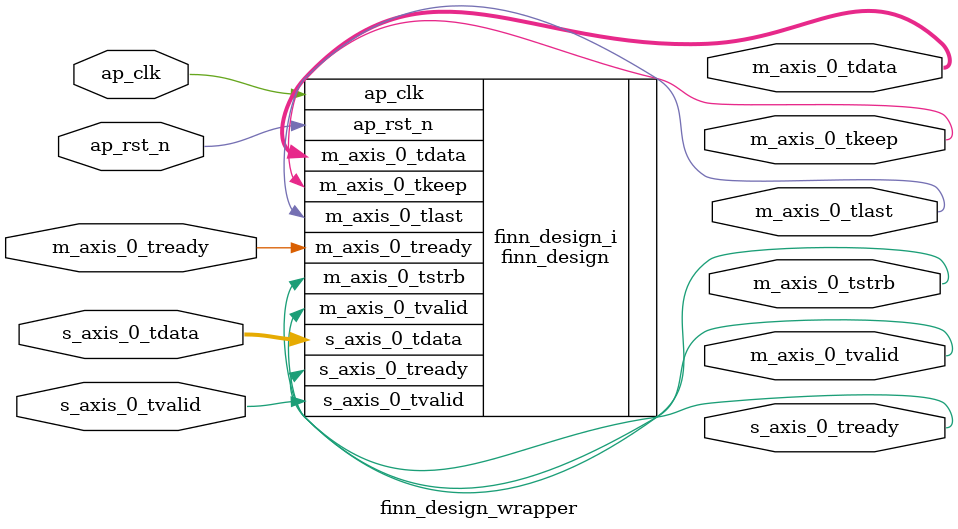
<source format=v>
`timescale 1 ps / 1 ps

module finn_design_wrapper
   (ap_clk,
    ap_rst_n,
    m_axis_0_tdata,
    m_axis_0_tkeep,
    m_axis_0_tlast,
    m_axis_0_tready,
    m_axis_0_tstrb,
    m_axis_0_tvalid,
    s_axis_0_tdata,
    s_axis_0_tready,
    s_axis_0_tvalid);
  input ap_clk;
  input ap_rst_n;
  output [7:0]m_axis_0_tdata;
  output [0:0]m_axis_0_tkeep;
  output [0:0]m_axis_0_tlast;
  input m_axis_0_tready;
  output [0:0]m_axis_0_tstrb;
  output m_axis_0_tvalid;
  input [391:0]s_axis_0_tdata;
  output s_axis_0_tready;
  input s_axis_0_tvalid;

  wire ap_clk;
  wire ap_rst_n;
  wire [7:0]m_axis_0_tdata;
  wire [0:0]m_axis_0_tkeep;
  wire [0:0]m_axis_0_tlast;
  wire m_axis_0_tready;
  wire [0:0]m_axis_0_tstrb;
  wire m_axis_0_tvalid;
  wire [391:0]s_axis_0_tdata;
  wire s_axis_0_tready;
  wire s_axis_0_tvalid;

  finn_design finn_design_i
       (.ap_clk(ap_clk),
        .ap_rst_n(ap_rst_n),
        .m_axis_0_tdata(m_axis_0_tdata),
        .m_axis_0_tkeep(m_axis_0_tkeep),
        .m_axis_0_tlast(m_axis_0_tlast),
        .m_axis_0_tready(m_axis_0_tready),
        .m_axis_0_tstrb(m_axis_0_tstrb),
        .m_axis_0_tvalid(m_axis_0_tvalid),
        .s_axis_0_tdata(s_axis_0_tdata),
        .s_axis_0_tready(s_axis_0_tready),
        .s_axis_0_tvalid(s_axis_0_tvalid));
endmodule

</source>
